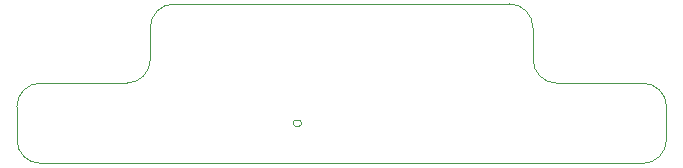
<source format=gbr>
%TF.GenerationSoftware,KiCad,Pcbnew,7.0.6*%
%TF.CreationDate,2023-07-14T18:39:08+01:00*%
%TF.ProjectId,Galia,47616c69-612e-46b6-9963-61645f706362,V1.0*%
%TF.SameCoordinates,Original*%
%TF.FileFunction,Profile,NP*%
%FSLAX46Y46*%
G04 Gerber Fmt 4.6, Leading zero omitted, Abs format (unit mm)*
G04 Created by KiCad (PCBNEW 7.0.6) date 2023-07-14 18:39:08*
%MOMM*%
%LPD*%
G01*
G04 APERTURE LIST*
%TA.AperFunction,Profile*%
%ADD10C,0.100000*%
%TD*%
%TA.AperFunction,Profile*%
%ADD11C,0.010000*%
%TD*%
G04 APERTURE END LIST*
D10*
X106200000Y-44900000D02*
G75*
G03*
X104200001Y-42900000I-2000000J0D01*
G01*
X62500000Y-54400000D02*
X62500000Y-51600000D01*
X62500001Y-54399999D02*
G75*
G03*
X64500000Y-56399999I1999999J-1D01*
G01*
X73800000Y-44900000D02*
X73800000Y-47600000D01*
X115500000Y-56400000D02*
G75*
G03*
X117500000Y-54400000I0J2000000D01*
G01*
X64500000Y-49600000D02*
G75*
G03*
X62500000Y-51600000I0J-2000000D01*
G01*
X117500000Y-51600000D02*
X117500000Y-54400000D01*
X75800000Y-42900000D02*
G75*
G03*
X73800000Y-44900000I0J-2000000D01*
G01*
X106200000Y-47600000D02*
G75*
G03*
X108200001Y-49600000I2000000J0D01*
G01*
X108200000Y-49600000D02*
X115500000Y-49600000D01*
X106200001Y-47600000D02*
X106200001Y-44900000D01*
X115500000Y-56400000D02*
X64500000Y-56400000D01*
X71800000Y-49600000D02*
G75*
G03*
X73800000Y-47600000I0J2000000D01*
G01*
X64500000Y-49600000D02*
X71800000Y-49600000D01*
X104200000Y-42900000D02*
X75800000Y-42900000D01*
X117500000Y-51600000D02*
G75*
G03*
X115500000Y-49600000I-2000000J0D01*
G01*
D11*
%TO.C,J1*%
X86350000Y-53260000D02*
X86150000Y-53260000D01*
X86150000Y-52740000D02*
X86350000Y-52740000D01*
X86350000Y-53260000D02*
G75*
G03*
X86610000Y-53000000I0J260000D01*
G01*
X86610000Y-53000000D02*
G75*
G03*
X86350000Y-52740000I-260000J0D01*
G01*
X85890000Y-53000000D02*
G75*
G03*
X86150000Y-53260000I260000J0D01*
G01*
X86150000Y-52740000D02*
G75*
G03*
X85890000Y-53000000I0J-260000D01*
G01*
%TD*%
M02*

</source>
